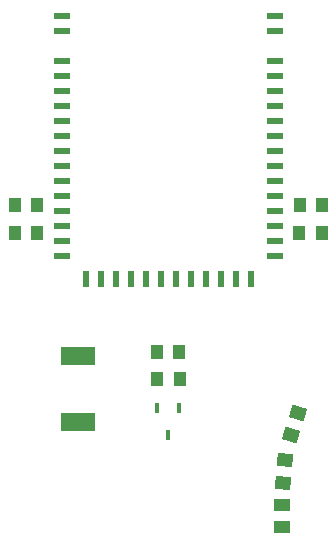
<source format=gbr>
G04 DipTrace 3.2.0.1*
G04 TopPaste.gbr*
%MOIN*%
G04 #@! TF.FileFunction,Paste,Top*
G04 #@! TF.Part,Single*
%AMOUTLINE5*
4,1,4,
0.018184,-0.028161,
-0.030783,-0.013272,
-0.018184,0.028161,
0.030783,0.013272,
0.018184,-0.028161,
0*%
%AMOUTLINE8*
4,1,4,
0.023804,-0.023603,
-0.027218,-0.019568,
-0.023804,0.023603,
0.027218,0.019568,
0.023804,-0.023603,
0*%
%AMOUTLINE11*
4,1,4,
0.025595,-0.021648,
-0.025587,-0.021658,
-0.025595,0.021648,
0.025587,0.021658,
0.025595,-0.021648,
0*%
%ADD40R,0.055118X0.021654*%
%ADD42R,0.021654X0.055118*%
%ADD46R,0.017717X0.033465*%
%ADD48R,0.043307X0.051181*%
%ADD50R,0.11811X0.062992*%
%ADD58OUTLINE5*%
%ADD61OUTLINE8*%
%ADD64OUTLINE11*%
%FSLAX26Y26*%
G04*
G70*
G90*
G75*
G01*
G04 TopPaste*
%LPD*%
D50*
X-302165Y-679802D3*
Y-900274D3*
D48*
X437795Y-176772D3*
X512598D3*
D46*
X37332Y-854472D3*
X-37471D3*
X-70Y-945024D3*
D48*
X-512592Y-176776D3*
X-437789D3*
X-510818Y-269291D3*
X-436014D3*
X510827D3*
X436024D3*
X-38533Y-666731D3*
X36270D3*
X-37248Y-757327D3*
X37555D3*
D58*
X409056Y-943533D3*
X430818Y-871963D3*
D61*
X381772Y-1102879D3*
X387669Y-1028307D3*
D64*
X379360Y-1252273D3*
X379344Y-1177470D3*
D42*
X-25000Y-425197D3*
X25000D3*
X-75000D3*
X-125000D3*
X-175000D3*
X-225000D3*
X-275000D3*
X75000D3*
X125000D3*
X175000D3*
X225000D3*
X275000D3*
D40*
X-354331Y-346654D3*
Y-296654D3*
X354331Y-346654D3*
X-354331Y-246654D3*
Y-196654D3*
Y-146654D3*
Y-96654D3*
Y-46654D3*
Y3346D3*
Y53346D3*
Y103346D3*
Y153346D3*
Y203346D3*
Y253346D3*
Y303346D3*
X354331Y-296654D3*
Y-246654D3*
Y-196654D3*
Y-146654D3*
Y-96654D3*
Y-46654D3*
Y3346D3*
Y53346D3*
Y103346D3*
Y153346D3*
Y203346D3*
Y253346D3*
Y303346D3*
X-354331Y403346D3*
Y453346D3*
X354331Y403346D3*
Y453346D3*
M02*

</source>
